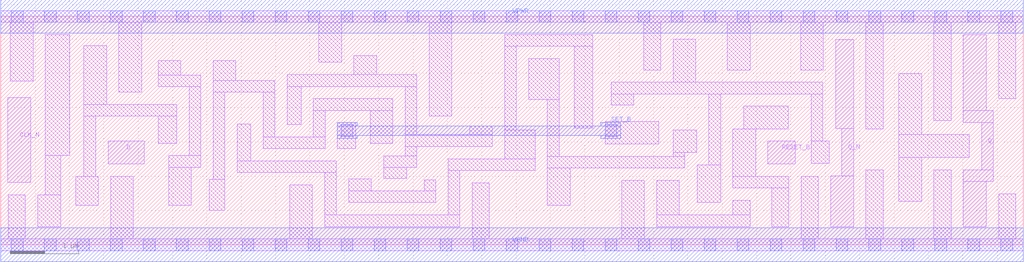
<source format=lef>
# Copyright 2020 The SkyWater PDK Authors
#
# Licensed under the Apache License, Version 2.0 (the "License");
# you may not use this file except in compliance with the License.
# You may obtain a copy of the License at
#
#     https://www.apache.org/licenses/LICENSE-2.0
#
# Unless required by applicable law or agreed to in writing, software
# distributed under the License is distributed on an "AS IS" BASIS,
# WITHOUT WARRANTIES OR CONDITIONS OF ANY KIND, either express or implied.
# See the License for the specific language governing permissions and
# limitations under the License.
#
# SPDX-License-Identifier: Apache-2.0

VERSION 5.7 ;
  NOWIREEXTENSIONATPIN ON ;
  DIVIDERCHAR "/" ;
  BUSBITCHARS "[]" ;
UNITS
  DATABASE MICRONS 200 ;
END UNITS
MACRO sky130_fd_sc_lp__dfbbn_2
  CLASS CORE ;
  FOREIGN sky130_fd_sc_lp__dfbbn_2 ;
  ORIGIN  0.000000  0.000000 ;
  SIZE  14.88000 BY  3.330000 ;
  SYMMETRY X Y R90 ;
  SITE unit ;
  PIN D
    ANTENNAGATEAREA  0.126000 ;
    DIRECTION INPUT ;
    USE SIGNAL ;
    PORT
      LAYER li1 ;
        RECT 1.565000 1.180000 2.085000 1.510000 ;
    END
  END D
  PIN Q
    ANTENNADIFFAREA  0.588000 ;
    DIRECTION OUTPUT ;
    USE SIGNAL ;
    PORT
      LAYER li1 ;
        RECT 14.010000 0.265000 14.340000 0.925000 ;
        RECT 14.010000 0.925000 14.445000 1.095000 ;
        RECT 14.010000 1.785000 14.445000 1.955000 ;
        RECT 14.010000 1.955000 14.340000 3.065000 ;
        RECT 14.275000 1.095000 14.445000 1.785000 ;
    END
  END Q
  PIN Q_N
    ANTENNADIFFAREA  0.588000 ;
    DIRECTION OUTPUT ;
    USE SIGNAL ;
    PORT
      LAYER li1 ;
        RECT 12.080000 0.265000 12.410000 1.005000 ;
        RECT 12.150000 1.695000 12.410000 2.990000 ;
        RECT 12.240000 1.005000 12.410000 1.695000 ;
    END
  END Q_N
  PIN RESET_B
    ANTENNAGATEAREA  0.159000 ;
    DIRECTION INPUT ;
    USE SIGNAL ;
    PORT
      LAYER li1 ;
        RECT 11.165000 1.180000 11.560000 1.510000 ;
    END
  END RESET_B
  PIN SET_B
    ANTENNAGATEAREA  0.444000 ;
    DIRECTION INPUT ;
    USE SIGNAL ;
    PORT
      LAYER met1 ;
        RECT 4.895000 1.550000 5.185000 1.595000 ;
        RECT 4.895000 1.595000 9.025000 1.735000 ;
        RECT 4.895000 1.735000 5.185000 1.780000 ;
        RECT 8.735000 1.550000 9.025000 1.595000 ;
        RECT 8.735000 1.735000 9.025000 1.780000 ;
    END
  END SET_B
  PIN CLK_N
    ANTENNAGATEAREA  0.159000 ;
    DIRECTION INPUT ;
    USE CLOCK ;
    PORT
      LAYER li1 ;
        RECT 0.105000 0.910000 0.435000 2.150000 ;
    END
  END CLK_N
  PIN VGND
    DIRECTION INOUT ;
    USE GROUND ;
    PORT
      LAYER met1 ;
        RECT 0.000000 -0.245000 14.880000 0.245000 ;
    END
  END VGND
  PIN VPWR
    DIRECTION INOUT ;
    USE POWER ;
    PORT
      LAYER met1 ;
        RECT 0.000000 3.085000 14.880000 3.575000 ;
    END
  END VPWR
  OBS
    LAYER li1 ;
      RECT  0.000000 -0.085000 14.880000 0.085000 ;
      RECT  0.000000  3.245000 14.880000 3.415000 ;
      RECT  0.110000  0.085000  0.360000 0.725000 ;
      RECT  0.140000  2.385000  0.470000 3.245000 ;
      RECT  0.540000  0.265000  0.870000 0.725000 ;
      RECT  0.650000  0.725000  0.870000 1.300000 ;
      RECT  0.650000  1.300000  1.005000 3.065000 ;
      RECT  1.090000  0.575000  1.420000 1.000000 ;
      RECT  1.210000  1.000000  1.380000 1.875000 ;
      RECT  1.210000  1.875000  2.560000 2.045000 ;
      RECT  1.210000  2.045000  1.540000 2.905000 ;
      RECT  1.600000  0.085000  1.930000 1.000000 ;
      RECT  1.720000  2.225000  2.050000 3.245000 ;
      RECT  2.290000  2.305000  2.910000 2.475000 ;
      RECT  2.290000  2.475000  2.620000 2.685000 ;
      RECT  2.295000  1.480000  2.560000 1.875000 ;
      RECT  2.445000  0.575000  2.775000 1.130000 ;
      RECT  2.445000  1.130000  2.910000 1.300000 ;
      RECT  2.740000  1.300000  2.910000 2.305000 ;
      RECT  3.035000  0.500000  3.260000 0.950000 ;
      RECT  3.090000  0.950000  3.260000 2.225000 ;
      RECT  3.090000  2.225000  3.990000 2.395000 ;
      RECT  3.090000  2.395000  3.420000 2.685000 ;
      RECT  3.440000  1.055000  4.885000 1.225000 ;
      RECT  3.440000  1.225000  3.640000 1.760000 ;
      RECT  3.820000  1.405000  4.720000 1.575000 ;
      RECT  3.820000  1.575000  3.990000 2.225000 ;
      RECT  4.170000  1.755000  4.370000 2.310000 ;
      RECT  4.170000  2.310000  6.055000 2.480000 ;
      RECT  4.205000  0.085000  4.535000 0.875000 ;
      RECT  4.550000  1.575000  4.720000 1.960000 ;
      RECT  4.550000  1.960000  5.705000 2.130000 ;
      RECT  4.630000  2.660000  4.960000 3.245000 ;
      RECT  4.715000  0.265000  6.680000 0.435000 ;
      RECT  4.715000  0.435000  4.885000 1.055000 ;
      RECT  4.900000  1.405000  5.165000 1.780000 ;
      RECT  5.065000  0.615000  6.330000 0.785000 ;
      RECT  5.065000  0.785000  5.395000 0.960000 ;
      RECT  5.140000  2.480000  5.470000 2.755000 ;
      RECT  5.375000  1.475000  5.705000 1.960000 ;
      RECT  5.575000  0.965000  5.905000 1.125000 ;
      RECT  5.575000  1.125000  6.055000 1.295000 ;
      RECT  5.885000  1.295000  6.055000 1.435000 ;
      RECT  5.885000  1.435000  7.155000 1.605000 ;
      RECT  5.885000  1.605000  6.055000 2.310000 ;
      RECT  6.160000  0.785000  6.330000 0.945000 ;
      RECT  6.235000  1.875000  6.565000 3.245000 ;
      RECT  6.510000  0.435000  6.680000 1.085000 ;
      RECT  6.510000  1.085000  7.775000 1.255000 ;
      RECT  6.825000  1.605000  7.155000 1.735000 ;
      RECT  6.860000  0.085000  7.110000 0.905000 ;
      RECT  7.335000  1.255000  7.775000 1.675000 ;
      RECT  7.335000  1.675000  7.505000 2.895000 ;
      RECT  7.335000  2.895000  8.615000 3.065000 ;
      RECT  7.685000  2.120000  8.125000 2.715000 ;
      RECT  7.955000  0.575000  8.285000 1.120000 ;
      RECT  7.955000  1.120000  9.955000 1.290000 ;
      RECT  7.955000  1.290000  8.125000 2.120000 ;
      RECT  8.345000  1.700000  8.615000 2.895000 ;
      RECT  8.795000  1.470000  9.575000 1.800000 ;
      RECT  8.885000  2.040000  9.215000 2.200000 ;
      RECT  8.885000  2.200000 11.965000 2.370000 ;
      RECT  9.035000  0.085000  9.365000 0.940000 ;
      RECT  9.355000  2.550000  9.605000 3.245000 ;
      RECT  9.545000  0.265000 10.905000 0.435000 ;
      RECT  9.545000  0.435000  9.875000 0.940000 ;
      RECT  9.785000  1.290000  9.955000 1.345000 ;
      RECT  9.785000  1.345000 10.125000 1.675000 ;
      RECT  9.785000  2.370000 10.115000 3.000000 ;
      RECT 10.135000  0.615000 10.475000 1.165000 ;
      RECT 10.305000  1.165000 10.475000 2.200000 ;
      RECT 10.575000  2.550000 10.905000 3.245000 ;
      RECT 10.655000  0.435000 10.905000 0.650000 ;
      RECT 10.655000  0.830000 11.470000 1.000000 ;
      RECT 10.655000  1.000000 10.985000 1.690000 ;
      RECT 10.815000  1.690000 11.460000 2.020000 ;
      RECT 11.220000  0.265000 11.470000 0.830000 ;
      RECT 11.640000  2.550000 11.970000 3.245000 ;
      RECT 11.650000  0.085000 11.900000 1.000000 ;
      RECT 11.795000  1.185000 12.060000 1.515000 ;
      RECT 11.795000  1.515000 11.965000 2.200000 ;
      RECT 12.590000  0.085000 12.840000 1.095000 ;
      RECT 12.590000  1.690000 12.840000 3.245000 ;
      RECT 13.070000  0.635000 13.400000 1.275000 ;
      RECT 13.070000  1.275000 14.095000 1.605000 ;
      RECT 13.070000  1.605000 13.400000 2.495000 ;
      RECT 13.580000  0.085000 13.830000 1.095000 ;
      RECT 13.580000  1.815000 13.830000 3.245000 ;
      RECT 14.520000  0.085000 14.770000 0.745000 ;
      RECT 14.520000  2.135000 14.770000 3.245000 ;
    LAYER mcon ;
      RECT  0.155000 -0.085000  0.325000 0.085000 ;
      RECT  0.155000  3.245000  0.325000 3.415000 ;
      RECT  0.635000 -0.085000  0.805000 0.085000 ;
      RECT  0.635000  3.245000  0.805000 3.415000 ;
      RECT  1.115000 -0.085000  1.285000 0.085000 ;
      RECT  1.115000  3.245000  1.285000 3.415000 ;
      RECT  1.595000 -0.085000  1.765000 0.085000 ;
      RECT  1.595000  3.245000  1.765000 3.415000 ;
      RECT  2.075000 -0.085000  2.245000 0.085000 ;
      RECT  2.075000  3.245000  2.245000 3.415000 ;
      RECT  2.555000 -0.085000  2.725000 0.085000 ;
      RECT  2.555000  3.245000  2.725000 3.415000 ;
      RECT  3.035000 -0.085000  3.205000 0.085000 ;
      RECT  3.035000  3.245000  3.205000 3.415000 ;
      RECT  3.515000 -0.085000  3.685000 0.085000 ;
      RECT  3.515000  3.245000  3.685000 3.415000 ;
      RECT  3.995000 -0.085000  4.165000 0.085000 ;
      RECT  3.995000  3.245000  4.165000 3.415000 ;
      RECT  4.475000 -0.085000  4.645000 0.085000 ;
      RECT  4.475000  3.245000  4.645000 3.415000 ;
      RECT  4.955000 -0.085000  5.125000 0.085000 ;
      RECT  4.955000  1.580000  5.125000 1.750000 ;
      RECT  4.955000  3.245000  5.125000 3.415000 ;
      RECT  5.435000 -0.085000  5.605000 0.085000 ;
      RECT  5.435000  3.245000  5.605000 3.415000 ;
      RECT  5.915000 -0.085000  6.085000 0.085000 ;
      RECT  5.915000  3.245000  6.085000 3.415000 ;
      RECT  6.395000 -0.085000  6.565000 0.085000 ;
      RECT  6.395000  3.245000  6.565000 3.415000 ;
      RECT  6.875000 -0.085000  7.045000 0.085000 ;
      RECT  6.875000  3.245000  7.045000 3.415000 ;
      RECT  7.355000 -0.085000  7.525000 0.085000 ;
      RECT  7.355000  3.245000  7.525000 3.415000 ;
      RECT  7.835000 -0.085000  8.005000 0.085000 ;
      RECT  7.835000  3.245000  8.005000 3.415000 ;
      RECT  8.315000 -0.085000  8.485000 0.085000 ;
      RECT  8.315000  3.245000  8.485000 3.415000 ;
      RECT  8.795000 -0.085000  8.965000 0.085000 ;
      RECT  8.795000  1.580000  8.965000 1.750000 ;
      RECT  8.795000  3.245000  8.965000 3.415000 ;
      RECT  9.275000 -0.085000  9.445000 0.085000 ;
      RECT  9.275000  3.245000  9.445000 3.415000 ;
      RECT  9.755000 -0.085000  9.925000 0.085000 ;
      RECT  9.755000  3.245000  9.925000 3.415000 ;
      RECT 10.235000 -0.085000 10.405000 0.085000 ;
      RECT 10.235000  3.245000 10.405000 3.415000 ;
      RECT 10.715000 -0.085000 10.885000 0.085000 ;
      RECT 10.715000  3.245000 10.885000 3.415000 ;
      RECT 11.195000 -0.085000 11.365000 0.085000 ;
      RECT 11.195000  3.245000 11.365000 3.415000 ;
      RECT 11.675000 -0.085000 11.845000 0.085000 ;
      RECT 11.675000  3.245000 11.845000 3.415000 ;
      RECT 12.155000 -0.085000 12.325000 0.085000 ;
      RECT 12.155000  3.245000 12.325000 3.415000 ;
      RECT 12.635000 -0.085000 12.805000 0.085000 ;
      RECT 12.635000  3.245000 12.805000 3.415000 ;
      RECT 13.115000 -0.085000 13.285000 0.085000 ;
      RECT 13.115000  3.245000 13.285000 3.415000 ;
      RECT 13.595000 -0.085000 13.765000 0.085000 ;
      RECT 13.595000  3.245000 13.765000 3.415000 ;
      RECT 14.075000 -0.085000 14.245000 0.085000 ;
      RECT 14.075000  3.245000 14.245000 3.415000 ;
      RECT 14.555000 -0.085000 14.725000 0.085000 ;
      RECT 14.555000  3.245000 14.725000 3.415000 ;
  END
END sky130_fd_sc_lp__dfbbn_2
END LIBRARY

</source>
